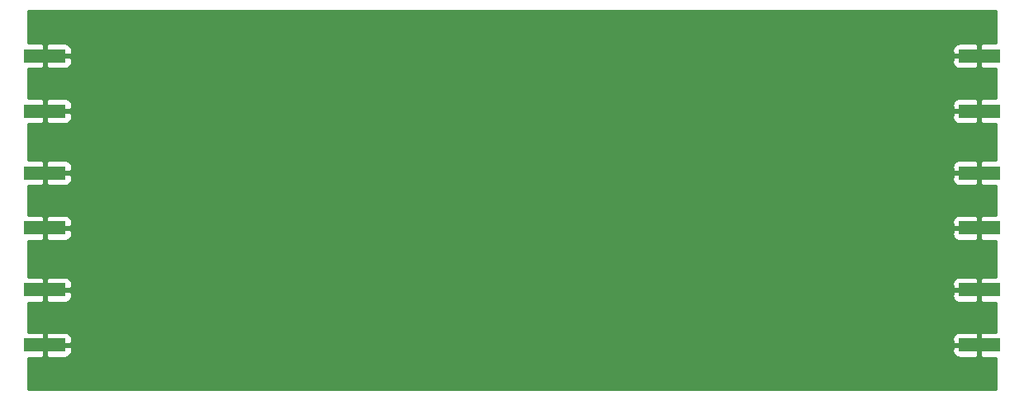
<source format=gbl>
G04 #@! TF.GenerationSoftware,KiCad,Pcbnew,5.1.6-c6e7f7d~86~ubuntu18.04.1*
G04 #@! TF.CreationDate,2020-07-08T22:14:40-04:00*
G04 #@! TF.ProjectId,microstrip_tests,6d696372-6f73-4747-9269-705f74657374,rev?*
G04 #@! TF.SameCoordinates,Original*
G04 #@! TF.FileFunction,Copper,L2,Bot*
G04 #@! TF.FilePolarity,Positive*
%FSLAX46Y46*%
G04 Gerber Fmt 4.6, Leading zero omitted, Abs format (unit mm)*
G04 Created by KiCad (PCBNEW 5.1.6-c6e7f7d~86~ubuntu18.04.1) date 2020-07-08 22:14:40*
%MOMM*%
%LPD*%
G01*
G04 APERTURE LIST*
G04 #@! TA.AperFunction,SMDPad,CuDef*
%ADD10R,4.200000X1.350000*%
G04 #@! TD*
G04 #@! TA.AperFunction,ViaPad*
%ADD11C,0.800000*%
G04 #@! TD*
G04 #@! TA.AperFunction,Conductor*
%ADD12C,0.254000*%
G04 #@! TD*
G04 APERTURE END LIST*
D10*
G04 #@! TO.P,J5,2*
G04 #@! TO.N,GND*
X92100000Y-103062000D03*
X92100000Y-97412000D03*
G04 #@! TD*
G04 #@! TO.P,J1,2*
G04 #@! TO.N,GND*
X187900000Y-85412000D03*
X187900000Y-91062000D03*
G04 #@! TD*
G04 #@! TO.P,J2,2*
G04 #@! TO.N,GND*
X92100000Y-109411000D03*
X92100000Y-115061000D03*
G04 #@! TD*
G04 #@! TO.P,J3,2*
G04 #@! TO.N,GND*
X187900000Y-103062000D03*
X187900000Y-97412000D03*
G04 #@! TD*
G04 #@! TO.P,J4,2*
G04 #@! TO.N,GND*
X187900000Y-109411000D03*
X187900000Y-115061000D03*
G04 #@! TD*
G04 #@! TO.P,J6,2*
G04 #@! TO.N,GND*
X92100000Y-85412000D03*
X92100000Y-91062000D03*
G04 #@! TD*
D11*
G04 #@! TO.N,GND*
X182430000Y-94250000D03*
X137430000Y-94250000D03*
X139930000Y-94250000D03*
X142430000Y-94250000D03*
X144930000Y-94250000D03*
X147430000Y-94250000D03*
X177430000Y-94250000D03*
X179930000Y-94250000D03*
X159930000Y-94250000D03*
X162430000Y-94250000D03*
X164930000Y-94250000D03*
X167430000Y-94250000D03*
X172430000Y-94250000D03*
X124930000Y-94250000D03*
X127430000Y-94250000D03*
X129930000Y-94250000D03*
X132430000Y-94250000D03*
X134930000Y-94250000D03*
X97430000Y-94250000D03*
X112430000Y-94250000D03*
X114930000Y-94250000D03*
X117430000Y-94250000D03*
X119930000Y-94250000D03*
X122430000Y-94250000D03*
X102430000Y-94250000D03*
X104930000Y-94250000D03*
X107430000Y-94250000D03*
X109930000Y-94250000D03*
X149930000Y-94250000D03*
X152430000Y-94250000D03*
X154930000Y-94250000D03*
X157430000Y-94250000D03*
X99930000Y-94250000D03*
X169930000Y-94250000D03*
X174930000Y-94250000D03*
X93430000Y-81900000D03*
X95930000Y-81900000D03*
X115930000Y-81900000D03*
X118430000Y-81900000D03*
X120930000Y-81900000D03*
X123430000Y-81900000D03*
X125930000Y-81900000D03*
X128430000Y-81900000D03*
X130930000Y-81900000D03*
X133430000Y-81900000D03*
X135930000Y-81900000D03*
X175930000Y-81900000D03*
X178430000Y-81900000D03*
X180930000Y-81900000D03*
X183430000Y-81900000D03*
X185930000Y-81900000D03*
X188430000Y-81900000D03*
X90930000Y-81900000D03*
X160930000Y-81900000D03*
X163430000Y-81900000D03*
X165930000Y-81900000D03*
X168430000Y-81900000D03*
X170930000Y-81900000D03*
X173430000Y-81900000D03*
X145930000Y-81900000D03*
X98430000Y-81900000D03*
X100930000Y-81900000D03*
X103430000Y-81900000D03*
X105930000Y-81900000D03*
X108430000Y-81900000D03*
X110930000Y-81900000D03*
X113430000Y-81900000D03*
X138430000Y-81900000D03*
X140930000Y-81900000D03*
X143430000Y-81900000D03*
X148430000Y-81900000D03*
X150930000Y-81900000D03*
X153430000Y-81900000D03*
X155930000Y-81900000D03*
X158430000Y-81900000D03*
X94739876Y-86937000D03*
X94739876Y-89537000D03*
X183797521Y-86937000D03*
X185210813Y-86937000D03*
X182384229Y-86937000D03*
X183797521Y-89537000D03*
X185210813Y-89537000D03*
X182384229Y-89537000D03*
X96139876Y-89537000D03*
X97553168Y-89537000D03*
X98966460Y-89537000D03*
X100379752Y-89537000D03*
X101793044Y-89537000D03*
X103206336Y-89537000D03*
X104619628Y-89537000D03*
X106032920Y-89537000D03*
X107446212Y-89537000D03*
X108859504Y-89537000D03*
X110272796Y-89537000D03*
X111686088Y-89537000D03*
X113099380Y-89537000D03*
X114512672Y-89537000D03*
X115925964Y-89537000D03*
X117339256Y-89537000D03*
X118752548Y-89537000D03*
X120165840Y-89537000D03*
X121579132Y-89537000D03*
X122992424Y-89537000D03*
X124405716Y-89537000D03*
X125819008Y-89537000D03*
X127232300Y-89537000D03*
X128645592Y-89537000D03*
X130058884Y-89537000D03*
X131472176Y-89537000D03*
X132885468Y-89537000D03*
X134298760Y-89537000D03*
X135712052Y-89537000D03*
X137125345Y-89537000D03*
X138538637Y-89537000D03*
X139951929Y-89537000D03*
X141365221Y-89537000D03*
X142778513Y-89537000D03*
X144191805Y-89537000D03*
X145605097Y-89537000D03*
X147018389Y-89537000D03*
X148431681Y-89537000D03*
X149844973Y-89537000D03*
X151258265Y-89537000D03*
X152671557Y-89537000D03*
X154084849Y-89537000D03*
X155498141Y-89537000D03*
X156911433Y-89537000D03*
X158324725Y-89537000D03*
X159738017Y-89537000D03*
X161151309Y-89537000D03*
X162564601Y-89537000D03*
X163977893Y-89537000D03*
X165391185Y-89537000D03*
X166804477Y-89537000D03*
X168217769Y-89537000D03*
X169631061Y-89537000D03*
X171044353Y-89537000D03*
X172457645Y-89537000D03*
X173870937Y-89537000D03*
X175284229Y-89537000D03*
X176697521Y-89537000D03*
X178110813Y-89537000D03*
X179524105Y-89537000D03*
X180937398Y-89537000D03*
X179524105Y-86937000D03*
X178110813Y-86937000D03*
X176697521Y-86937000D03*
X175284229Y-86937000D03*
X173870937Y-86937000D03*
X172457645Y-86937000D03*
X171044353Y-86937000D03*
X169631061Y-86937000D03*
X168217769Y-86937000D03*
X166804477Y-86937000D03*
X165391185Y-86937000D03*
X163977893Y-86937000D03*
X162564601Y-86937000D03*
X161151309Y-86937000D03*
X159738017Y-86937000D03*
X158324725Y-86937000D03*
X156911433Y-86937000D03*
X155498141Y-86937000D03*
X154084849Y-86937000D03*
X152671557Y-86937000D03*
X151258265Y-86937000D03*
X149844973Y-86937000D03*
X148431681Y-86937000D03*
X147018389Y-86937000D03*
X145605097Y-86937000D03*
X144191805Y-86937000D03*
X142778513Y-86937000D03*
X141365221Y-86937000D03*
X139951929Y-86937000D03*
X138538637Y-86937000D03*
X137125345Y-86937000D03*
X135712052Y-86937000D03*
X134298760Y-86937000D03*
X132885468Y-86937000D03*
X131472176Y-86937000D03*
X130058884Y-86937000D03*
X128645592Y-86937000D03*
X127232300Y-86937000D03*
X125819008Y-86937000D03*
X124405716Y-86937000D03*
X122992424Y-86937000D03*
X121579132Y-86937000D03*
X120165840Y-86937000D03*
X118752548Y-86937000D03*
X117339256Y-86937000D03*
X115925964Y-86937000D03*
X114512672Y-86937000D03*
X113099380Y-86937000D03*
X111686088Y-86937000D03*
X110272796Y-86937000D03*
X108859504Y-86937000D03*
X107446212Y-86937000D03*
X106032920Y-86937000D03*
X104619628Y-86937000D03*
X103206336Y-86937000D03*
X101793044Y-86937000D03*
X100379752Y-86937000D03*
X98966460Y-86937000D03*
X97553168Y-86937000D03*
X96139876Y-86937000D03*
X180937398Y-86937000D03*
X94693002Y-98937000D03*
X94693002Y-101537000D03*
X179449083Y-101537000D03*
X180863723Y-101537000D03*
X183693002Y-101537000D03*
X182278362Y-101537000D03*
X185193002Y-101537000D03*
X182334444Y-98937000D03*
X185163723Y-98937000D03*
X180919805Y-98937000D03*
X179505165Y-98937000D03*
X183749083Y-98937000D03*
X96143918Y-101537000D03*
X97558557Y-101537000D03*
X98973196Y-101537000D03*
X100387836Y-101537000D03*
X101802475Y-101537000D03*
X103217115Y-101537000D03*
X104631754Y-101537000D03*
X106046393Y-101537000D03*
X107461033Y-101537000D03*
X108875672Y-101537000D03*
X110290311Y-101537000D03*
X111704951Y-101537000D03*
X113119590Y-101537000D03*
X114534230Y-101537000D03*
X115948869Y-101537000D03*
X117363508Y-101537000D03*
X118778148Y-101537000D03*
X120192787Y-101537000D03*
X121607426Y-101537000D03*
X123022066Y-101537000D03*
X124436705Y-101537000D03*
X125851345Y-101537000D03*
X127265984Y-101537000D03*
X128680623Y-101537000D03*
X130095263Y-101537000D03*
X131509902Y-101537000D03*
X132924541Y-101537000D03*
X134339181Y-101537000D03*
X135753820Y-101537000D03*
X137168460Y-101537000D03*
X138583099Y-101537000D03*
X139997738Y-101537000D03*
X141412378Y-101537000D03*
X142827017Y-101537000D03*
X144241656Y-101537000D03*
X145656296Y-101537000D03*
X147070935Y-101537000D03*
X148485575Y-101537000D03*
X149900214Y-101537000D03*
X151314853Y-101537000D03*
X152729493Y-101537000D03*
X154144132Y-101537000D03*
X155558771Y-101537000D03*
X156973411Y-101537000D03*
X158388050Y-101537000D03*
X159802690Y-101537000D03*
X161217329Y-101537000D03*
X162631968Y-101537000D03*
X164046608Y-101537000D03*
X165461247Y-101537000D03*
X166875886Y-101537000D03*
X168290526Y-101537000D03*
X169705165Y-101537000D03*
X171119805Y-101537000D03*
X172534444Y-101537000D03*
X173949083Y-101537000D03*
X175363723Y-101537000D03*
X176778362Y-101537000D03*
X178193002Y-101537000D03*
X176778362Y-98937000D03*
X175363723Y-98937000D03*
X173949083Y-98937000D03*
X172534444Y-98937000D03*
X171119805Y-98937000D03*
X169705165Y-98937000D03*
X168290526Y-98937000D03*
X166875886Y-98937000D03*
X165461247Y-98937000D03*
X164046608Y-98937000D03*
X162631968Y-98937000D03*
X161217329Y-98937000D03*
X159802690Y-98937000D03*
X158388050Y-98937000D03*
X156973411Y-98937000D03*
X155558771Y-98937000D03*
X154144132Y-98937000D03*
X152729493Y-98937000D03*
X151314853Y-98937000D03*
X149900214Y-98937000D03*
X148485575Y-98937000D03*
X147070935Y-98937000D03*
X145656296Y-98937000D03*
X144241656Y-98937000D03*
X142827017Y-98937000D03*
X141412378Y-98937000D03*
X139997738Y-98937000D03*
X138583099Y-98937000D03*
X137168460Y-98937000D03*
X135753820Y-98937000D03*
X134339181Y-98937000D03*
X132924541Y-98937000D03*
X131509902Y-98937000D03*
X130095263Y-98937000D03*
X128680623Y-98937000D03*
X127265984Y-98937000D03*
X125851345Y-98937000D03*
X124436705Y-98937000D03*
X123022066Y-98937000D03*
X121607426Y-98937000D03*
X120192787Y-98937000D03*
X118778148Y-98937000D03*
X117363508Y-98937000D03*
X115948869Y-98937000D03*
X114534230Y-98937000D03*
X113119590Y-98937000D03*
X111704951Y-98937000D03*
X110290311Y-98937000D03*
X108875672Y-98937000D03*
X107461033Y-98937000D03*
X106046393Y-98937000D03*
X104631754Y-98937000D03*
X103217115Y-98937000D03*
X101802475Y-98937000D03*
X100387836Y-98937000D03*
X98973196Y-98937000D03*
X97558557Y-98937000D03*
X96143918Y-98937000D03*
X178193002Y-98937000D03*
X95200000Y-111000000D03*
X95200000Y-113500000D03*
X184800000Y-113500000D03*
X184800000Y-111000000D03*
X97430000Y-106250000D03*
X99930000Y-106250000D03*
X102430000Y-106250000D03*
X104930000Y-106250000D03*
X107430000Y-106250000D03*
X109930000Y-106250000D03*
X112430000Y-106250000D03*
X114930000Y-106250000D03*
X117430000Y-106250000D03*
X119930000Y-106250000D03*
X122430000Y-106250000D03*
X124930000Y-106250000D03*
X127430000Y-106250000D03*
X129930000Y-106250000D03*
X132430000Y-106250000D03*
X134930000Y-106250000D03*
X137430000Y-106250000D03*
X139930000Y-106250000D03*
X142430000Y-106250000D03*
X144930000Y-106250000D03*
X147430000Y-106250000D03*
X149930000Y-106250000D03*
X152430000Y-106250000D03*
X154930000Y-106250000D03*
X157430000Y-106250000D03*
X159930000Y-106250000D03*
X162430000Y-106250000D03*
X164930000Y-106250000D03*
X167430000Y-106250000D03*
X169930000Y-106250000D03*
X172430000Y-106250000D03*
X174930000Y-106250000D03*
X177430000Y-106250000D03*
X179930000Y-106250000D03*
X156800000Y-113500000D03*
X158200000Y-113500000D03*
X159600000Y-113500000D03*
X161000000Y-113500000D03*
X98000000Y-113500000D03*
X140000000Y-113500000D03*
X141400000Y-113500000D03*
X142800000Y-113500000D03*
X109200000Y-113500000D03*
X112000000Y-113500000D03*
X173600000Y-113500000D03*
X175000000Y-113500000D03*
X176400000Y-113500000D03*
X177800000Y-113500000D03*
X179200000Y-113500000D03*
X180600000Y-113500000D03*
X105000000Y-113500000D03*
X103600000Y-113500000D03*
X100800000Y-113500000D03*
X151200000Y-113500000D03*
X152600000Y-113500000D03*
X154000000Y-113500000D03*
X155400000Y-113500000D03*
X107800000Y-113500000D03*
X144200000Y-113500000D03*
X127400000Y-113500000D03*
X128800000Y-113500000D03*
X130200000Y-113500000D03*
X96600000Y-113500000D03*
X99400000Y-113500000D03*
X168000000Y-113500000D03*
X169400000Y-113500000D03*
X170800000Y-113500000D03*
X172200000Y-113500000D03*
X106400000Y-113500000D03*
X113400000Y-113500000D03*
X110600000Y-113500000D03*
X102200000Y-113500000D03*
X162400000Y-113500000D03*
X163800000Y-113500000D03*
X165200000Y-113500000D03*
X166600000Y-113500000D03*
X135800000Y-113500000D03*
X137200000Y-113500000D03*
X138600000Y-113500000D03*
X131600000Y-113500000D03*
X133000000Y-113500000D03*
X134400000Y-113500000D03*
X120400000Y-113500000D03*
X121800000Y-113500000D03*
X123200000Y-113500000D03*
X124600000Y-113500000D03*
X126000000Y-113500000D03*
X114800000Y-113500000D03*
X116200000Y-113500000D03*
X117600000Y-113500000D03*
X119000000Y-113500000D03*
X145600000Y-113500000D03*
X147000000Y-113500000D03*
X148400000Y-113500000D03*
X149800000Y-113500000D03*
X90930000Y-118800000D03*
X96600000Y-111000000D03*
X98000000Y-111000000D03*
X99400000Y-111000000D03*
X100800000Y-111000000D03*
X102200000Y-111000000D03*
X103600000Y-111000000D03*
X105000000Y-111000000D03*
X106400000Y-111000000D03*
X107800000Y-111000000D03*
X109200000Y-111000000D03*
X110600000Y-111000000D03*
X112000000Y-111000000D03*
X113400000Y-111000000D03*
X114800000Y-111000000D03*
X116200000Y-111000000D03*
X117600000Y-111000000D03*
X119000000Y-111000000D03*
X120400000Y-111000000D03*
X121800000Y-111000000D03*
X123200000Y-111000000D03*
X124600000Y-111000000D03*
X126000000Y-111000000D03*
X127400000Y-111000000D03*
X128800000Y-111000000D03*
X130200000Y-111000000D03*
X131600000Y-111000000D03*
X133000000Y-111000000D03*
X134400000Y-111000000D03*
X135800000Y-111000000D03*
X137200000Y-111000000D03*
X138600000Y-111000000D03*
X140000000Y-111000000D03*
X141400000Y-111000000D03*
X142800000Y-111000000D03*
X144200000Y-111000000D03*
X145600000Y-111000000D03*
X147000000Y-111000000D03*
X148400000Y-111000000D03*
X149800000Y-111000000D03*
X151200000Y-111000000D03*
X152600000Y-111000000D03*
X154000000Y-111000000D03*
X155400000Y-111000000D03*
X156800000Y-111000000D03*
X158200000Y-111000000D03*
X159600000Y-111000000D03*
X161000000Y-111000000D03*
X162400000Y-111000000D03*
X163800000Y-111000000D03*
X165200000Y-111000000D03*
X166600000Y-111000000D03*
X168000000Y-111000000D03*
X169400000Y-111000000D03*
X170800000Y-111000000D03*
X172200000Y-111000000D03*
X173600000Y-111000000D03*
X175000000Y-111000000D03*
X176400000Y-111000000D03*
X177800000Y-111000000D03*
X179200000Y-111000000D03*
X180600000Y-111000000D03*
X93430000Y-118800000D03*
X95930000Y-118800000D03*
X98430000Y-118800000D03*
X100930000Y-118800000D03*
X103430000Y-118800000D03*
X105930000Y-118800000D03*
X108430000Y-118800000D03*
X110930000Y-118800000D03*
X113430000Y-118800000D03*
X115930000Y-118800000D03*
X118430000Y-118800000D03*
X120930000Y-118800000D03*
X123430000Y-118800000D03*
X125930000Y-118800000D03*
X128430000Y-118800000D03*
X130930000Y-118800000D03*
X133430000Y-118800000D03*
X135930000Y-118800000D03*
X138430000Y-118800000D03*
X140930000Y-118800000D03*
X143430000Y-118800000D03*
X145930000Y-118800000D03*
X148430000Y-118800000D03*
X150930000Y-118800000D03*
X153430000Y-118800000D03*
X155930000Y-118800000D03*
X158430000Y-118800000D03*
X160930000Y-118800000D03*
X163430000Y-118800000D03*
X165930000Y-118800000D03*
X168430000Y-118800000D03*
X170930000Y-118800000D03*
X173430000Y-118800000D03*
X175930000Y-118800000D03*
X178430000Y-118800000D03*
X180930000Y-118800000D03*
X183430000Y-118800000D03*
X185930000Y-118800000D03*
X188430000Y-118800000D03*
X182000000Y-111000000D03*
X183400000Y-111000000D03*
X182000000Y-113500000D03*
X183400000Y-113500000D03*
X182430000Y-106250000D03*
X90900000Y-83600000D03*
X92100000Y-83600000D03*
X94600000Y-83600000D03*
X95400000Y-85400000D03*
X90900000Y-92800000D03*
X92100000Y-92900000D03*
X93500000Y-92900000D03*
X95000000Y-92600000D03*
X95400000Y-91100000D03*
X93400000Y-83600000D03*
X90800000Y-95700000D03*
X92100000Y-95600000D03*
X93600000Y-95600000D03*
X95300000Y-96200000D03*
X95400000Y-97500000D03*
X90800000Y-104900000D03*
X92100000Y-105000000D03*
X93700000Y-105000000D03*
X95200000Y-104700000D03*
X95300000Y-103000000D03*
X90900000Y-107600000D03*
X92200000Y-107600000D03*
X93700000Y-107500000D03*
X95300000Y-107900000D03*
X95300000Y-109300000D03*
X90800000Y-116900000D03*
X92100000Y-117000000D03*
X93600000Y-117000000D03*
X95100000Y-116700000D03*
X95400000Y-115100000D03*
X189200000Y-83600000D03*
X187800000Y-83600000D03*
X186400000Y-83600000D03*
X184900000Y-83900000D03*
X184700000Y-85400000D03*
X189200000Y-92900000D03*
X187700000Y-92900000D03*
X186000000Y-92900000D03*
X184400000Y-92200000D03*
X184300000Y-90800000D03*
X189100000Y-95600000D03*
X187800000Y-95500000D03*
X186200000Y-95500000D03*
X184600000Y-96000000D03*
X184500000Y-97500000D03*
X184500000Y-102900000D03*
X184800000Y-104600000D03*
X186500000Y-105000000D03*
X188000000Y-104900000D03*
X189200000Y-104900000D03*
X189100000Y-107700000D03*
X187800000Y-107600000D03*
X186100000Y-107600000D03*
X184800000Y-108100000D03*
X184700000Y-109500000D03*
X189200000Y-116900000D03*
X187700000Y-117000000D03*
X186400000Y-117000000D03*
X184900000Y-116500000D03*
X184600000Y-115000000D03*
G04 #@! TD*
D12*
G04 #@! TO.N,GND*
G36*
X189623000Y-84099566D02*
G01*
X188185750Y-84102000D01*
X188027000Y-84260750D01*
X188027000Y-85285000D01*
X188047000Y-85285000D01*
X188047000Y-85539000D01*
X188027000Y-85539000D01*
X188027000Y-86563250D01*
X188185750Y-86722000D01*
X189623001Y-86724434D01*
X189623001Y-89749566D01*
X188185750Y-89752000D01*
X188027000Y-89910750D01*
X188027000Y-90935000D01*
X188047000Y-90935000D01*
X188047000Y-91189000D01*
X188027000Y-91189000D01*
X188027000Y-92213250D01*
X188185750Y-92372000D01*
X189623001Y-92374434D01*
X189623001Y-92381472D01*
X189623000Y-92381482D01*
X189623000Y-96099566D01*
X188185750Y-96102000D01*
X188027000Y-96260750D01*
X188027000Y-97285000D01*
X188047000Y-97285000D01*
X188047000Y-97539000D01*
X188027000Y-97539000D01*
X188027000Y-98563250D01*
X188185750Y-98722000D01*
X189623000Y-98724434D01*
X189623000Y-101749566D01*
X188185750Y-101752000D01*
X188027000Y-101910750D01*
X188027000Y-102935000D01*
X188047000Y-102935000D01*
X188047000Y-103189000D01*
X188027000Y-103189000D01*
X188027000Y-104213250D01*
X188185750Y-104372000D01*
X189623000Y-104374434D01*
X189623001Y-108098566D01*
X188185750Y-108101000D01*
X188027000Y-108259750D01*
X188027000Y-109284000D01*
X188047000Y-109284000D01*
X188047000Y-109538000D01*
X188027000Y-109538000D01*
X188027000Y-110562250D01*
X188185750Y-110721000D01*
X189623001Y-110723434D01*
X189623001Y-113748566D01*
X188185750Y-113751000D01*
X188027000Y-113909750D01*
X188027000Y-114934000D01*
X188047000Y-114934000D01*
X188047000Y-115188000D01*
X188027000Y-115188000D01*
X188027000Y-116212250D01*
X188185750Y-116371000D01*
X189623001Y-116373434D01*
X189623001Y-119623000D01*
X90377000Y-119623000D01*
X90377000Y-116373434D01*
X91814250Y-116371000D01*
X91973000Y-116212250D01*
X91973000Y-115188000D01*
X92227000Y-115188000D01*
X92227000Y-116212250D01*
X92385750Y-116371000D01*
X94200000Y-116374072D01*
X94324482Y-116361812D01*
X94444180Y-116325502D01*
X94554494Y-116266537D01*
X94651185Y-116187185D01*
X94730537Y-116090494D01*
X94789502Y-115980180D01*
X94825812Y-115860482D01*
X94838072Y-115736000D01*
X185161928Y-115736000D01*
X185174188Y-115860482D01*
X185210498Y-115980180D01*
X185269463Y-116090494D01*
X185348815Y-116187185D01*
X185445506Y-116266537D01*
X185555820Y-116325502D01*
X185675518Y-116361812D01*
X185800000Y-116374072D01*
X187614250Y-116371000D01*
X187773000Y-116212250D01*
X187773000Y-115188000D01*
X185323750Y-115188000D01*
X185165000Y-115346750D01*
X185161928Y-115736000D01*
X94838072Y-115736000D01*
X94835000Y-115346750D01*
X94676250Y-115188000D01*
X92227000Y-115188000D01*
X91973000Y-115188000D01*
X91953000Y-115188000D01*
X91953000Y-114934000D01*
X91973000Y-114934000D01*
X91973000Y-113909750D01*
X92227000Y-113909750D01*
X92227000Y-114934000D01*
X94676250Y-114934000D01*
X94835000Y-114775250D01*
X94838072Y-114386000D01*
X185161928Y-114386000D01*
X185165000Y-114775250D01*
X185323750Y-114934000D01*
X187773000Y-114934000D01*
X187773000Y-113909750D01*
X187614250Y-113751000D01*
X185800000Y-113747928D01*
X185675518Y-113760188D01*
X185555820Y-113796498D01*
X185445506Y-113855463D01*
X185348815Y-113934815D01*
X185269463Y-114031506D01*
X185210498Y-114141820D01*
X185174188Y-114261518D01*
X185161928Y-114386000D01*
X94838072Y-114386000D01*
X94825812Y-114261518D01*
X94789502Y-114141820D01*
X94730537Y-114031506D01*
X94651185Y-113934815D01*
X94554494Y-113855463D01*
X94444180Y-113796498D01*
X94324482Y-113760188D01*
X94200000Y-113747928D01*
X92385750Y-113751000D01*
X92227000Y-113909750D01*
X91973000Y-113909750D01*
X91814250Y-113751000D01*
X90377000Y-113748566D01*
X90377000Y-110723434D01*
X91814250Y-110721000D01*
X91973000Y-110562250D01*
X91973000Y-109538000D01*
X92227000Y-109538000D01*
X92227000Y-110562250D01*
X92385750Y-110721000D01*
X94200000Y-110724072D01*
X94324482Y-110711812D01*
X94444180Y-110675502D01*
X94554494Y-110616537D01*
X94651185Y-110537185D01*
X94730537Y-110440494D01*
X94789502Y-110330180D01*
X94825812Y-110210482D01*
X94838072Y-110086000D01*
X185161928Y-110086000D01*
X185174188Y-110210482D01*
X185210498Y-110330180D01*
X185269463Y-110440494D01*
X185348815Y-110537185D01*
X185445506Y-110616537D01*
X185555820Y-110675502D01*
X185675518Y-110711812D01*
X185800000Y-110724072D01*
X187614250Y-110721000D01*
X187773000Y-110562250D01*
X187773000Y-109538000D01*
X185323750Y-109538000D01*
X185165000Y-109696750D01*
X185161928Y-110086000D01*
X94838072Y-110086000D01*
X94835000Y-109696750D01*
X94676250Y-109538000D01*
X92227000Y-109538000D01*
X91973000Y-109538000D01*
X91953000Y-109538000D01*
X91953000Y-109284000D01*
X91973000Y-109284000D01*
X91973000Y-108259750D01*
X92227000Y-108259750D01*
X92227000Y-109284000D01*
X94676250Y-109284000D01*
X94835000Y-109125250D01*
X94838072Y-108736000D01*
X185161928Y-108736000D01*
X185165000Y-109125250D01*
X185323750Y-109284000D01*
X187773000Y-109284000D01*
X187773000Y-108259750D01*
X187614250Y-108101000D01*
X185800000Y-108097928D01*
X185675518Y-108110188D01*
X185555820Y-108146498D01*
X185445506Y-108205463D01*
X185348815Y-108284815D01*
X185269463Y-108381506D01*
X185210498Y-108491820D01*
X185174188Y-108611518D01*
X185161928Y-108736000D01*
X94838072Y-108736000D01*
X94825812Y-108611518D01*
X94789502Y-108491820D01*
X94730537Y-108381506D01*
X94651185Y-108284815D01*
X94554494Y-108205463D01*
X94444180Y-108146498D01*
X94324482Y-108110188D01*
X94200000Y-108097928D01*
X92385750Y-108101000D01*
X92227000Y-108259750D01*
X91973000Y-108259750D01*
X91814250Y-108101000D01*
X90377000Y-108098566D01*
X90377000Y-104374434D01*
X91814250Y-104372000D01*
X91973000Y-104213250D01*
X91973000Y-103189000D01*
X92227000Y-103189000D01*
X92227000Y-104213250D01*
X92385750Y-104372000D01*
X94200000Y-104375072D01*
X94324482Y-104362812D01*
X94444180Y-104326502D01*
X94554494Y-104267537D01*
X94651185Y-104188185D01*
X94730537Y-104091494D01*
X94789502Y-103981180D01*
X94825812Y-103861482D01*
X94838072Y-103737000D01*
X185161928Y-103737000D01*
X185174188Y-103861482D01*
X185210498Y-103981180D01*
X185269463Y-104091494D01*
X185348815Y-104188185D01*
X185445506Y-104267537D01*
X185555820Y-104326502D01*
X185675518Y-104362812D01*
X185800000Y-104375072D01*
X187614250Y-104372000D01*
X187773000Y-104213250D01*
X187773000Y-103189000D01*
X185323750Y-103189000D01*
X185165000Y-103347750D01*
X185161928Y-103737000D01*
X94838072Y-103737000D01*
X94835000Y-103347750D01*
X94676250Y-103189000D01*
X92227000Y-103189000D01*
X91973000Y-103189000D01*
X91953000Y-103189000D01*
X91953000Y-102935000D01*
X91973000Y-102935000D01*
X91973000Y-101910750D01*
X92227000Y-101910750D01*
X92227000Y-102935000D01*
X94676250Y-102935000D01*
X94835000Y-102776250D01*
X94838072Y-102387000D01*
X185161928Y-102387000D01*
X185165000Y-102776250D01*
X185323750Y-102935000D01*
X187773000Y-102935000D01*
X187773000Y-101910750D01*
X187614250Y-101752000D01*
X185800000Y-101748928D01*
X185675518Y-101761188D01*
X185555820Y-101797498D01*
X185445506Y-101856463D01*
X185348815Y-101935815D01*
X185269463Y-102032506D01*
X185210498Y-102142820D01*
X185174188Y-102262518D01*
X185161928Y-102387000D01*
X94838072Y-102387000D01*
X94825812Y-102262518D01*
X94789502Y-102142820D01*
X94730537Y-102032506D01*
X94651185Y-101935815D01*
X94554494Y-101856463D01*
X94444180Y-101797498D01*
X94324482Y-101761188D01*
X94200000Y-101748928D01*
X92385750Y-101752000D01*
X92227000Y-101910750D01*
X91973000Y-101910750D01*
X91814250Y-101752000D01*
X90377000Y-101749566D01*
X90377000Y-98724434D01*
X91814250Y-98722000D01*
X91973000Y-98563250D01*
X91973000Y-97539000D01*
X92227000Y-97539000D01*
X92227000Y-98563250D01*
X92385750Y-98722000D01*
X94200000Y-98725072D01*
X94324482Y-98712812D01*
X94444180Y-98676502D01*
X94554494Y-98617537D01*
X94651185Y-98538185D01*
X94730537Y-98441494D01*
X94789502Y-98331180D01*
X94825812Y-98211482D01*
X94838072Y-98087000D01*
X185161928Y-98087000D01*
X185174188Y-98211482D01*
X185210498Y-98331180D01*
X185269463Y-98441494D01*
X185348815Y-98538185D01*
X185445506Y-98617537D01*
X185555820Y-98676502D01*
X185675518Y-98712812D01*
X185800000Y-98725072D01*
X187614250Y-98722000D01*
X187773000Y-98563250D01*
X187773000Y-97539000D01*
X185323750Y-97539000D01*
X185165000Y-97697750D01*
X185161928Y-98087000D01*
X94838072Y-98087000D01*
X94835000Y-97697750D01*
X94676250Y-97539000D01*
X92227000Y-97539000D01*
X91973000Y-97539000D01*
X91953000Y-97539000D01*
X91953000Y-97285000D01*
X91973000Y-97285000D01*
X91973000Y-96260750D01*
X92227000Y-96260750D01*
X92227000Y-97285000D01*
X94676250Y-97285000D01*
X94835000Y-97126250D01*
X94838072Y-96737000D01*
X185161928Y-96737000D01*
X185165000Y-97126250D01*
X185323750Y-97285000D01*
X187773000Y-97285000D01*
X187773000Y-96260750D01*
X187614250Y-96102000D01*
X185800000Y-96098928D01*
X185675518Y-96111188D01*
X185555820Y-96147498D01*
X185445506Y-96206463D01*
X185348815Y-96285815D01*
X185269463Y-96382506D01*
X185210498Y-96492820D01*
X185174188Y-96612518D01*
X185161928Y-96737000D01*
X94838072Y-96737000D01*
X94825812Y-96612518D01*
X94789502Y-96492820D01*
X94730537Y-96382506D01*
X94651185Y-96285815D01*
X94554494Y-96206463D01*
X94444180Y-96147498D01*
X94324482Y-96111188D01*
X94200000Y-96098928D01*
X92385750Y-96102000D01*
X92227000Y-96260750D01*
X91973000Y-96260750D01*
X91814250Y-96102000D01*
X90377000Y-96099566D01*
X90377000Y-92374434D01*
X91814250Y-92372000D01*
X91973000Y-92213250D01*
X91973000Y-91189000D01*
X92227000Y-91189000D01*
X92227000Y-92213250D01*
X92385750Y-92372000D01*
X94200000Y-92375072D01*
X94324482Y-92362812D01*
X94444180Y-92326502D01*
X94554494Y-92267537D01*
X94651185Y-92188185D01*
X94730537Y-92091494D01*
X94789502Y-91981180D01*
X94825812Y-91861482D01*
X94838072Y-91737000D01*
X185161928Y-91737000D01*
X185174188Y-91861482D01*
X185210498Y-91981180D01*
X185269463Y-92091494D01*
X185348815Y-92188185D01*
X185445506Y-92267537D01*
X185555820Y-92326502D01*
X185675518Y-92362812D01*
X185800000Y-92375072D01*
X187614250Y-92372000D01*
X187773000Y-92213250D01*
X187773000Y-91189000D01*
X185323750Y-91189000D01*
X185165000Y-91347750D01*
X185161928Y-91737000D01*
X94838072Y-91737000D01*
X94835000Y-91347750D01*
X94676250Y-91189000D01*
X92227000Y-91189000D01*
X91973000Y-91189000D01*
X91953000Y-91189000D01*
X91953000Y-90935000D01*
X91973000Y-90935000D01*
X91973000Y-89910750D01*
X92227000Y-89910750D01*
X92227000Y-90935000D01*
X94676250Y-90935000D01*
X94835000Y-90776250D01*
X94838072Y-90387000D01*
X185161928Y-90387000D01*
X185165000Y-90776250D01*
X185323750Y-90935000D01*
X187773000Y-90935000D01*
X187773000Y-89910750D01*
X187614250Y-89752000D01*
X185800000Y-89748928D01*
X185675518Y-89761188D01*
X185555820Y-89797498D01*
X185445506Y-89856463D01*
X185348815Y-89935815D01*
X185269463Y-90032506D01*
X185210498Y-90142820D01*
X185174188Y-90262518D01*
X185161928Y-90387000D01*
X94838072Y-90387000D01*
X94825812Y-90262518D01*
X94789502Y-90142820D01*
X94730537Y-90032506D01*
X94651185Y-89935815D01*
X94554494Y-89856463D01*
X94444180Y-89797498D01*
X94324482Y-89761188D01*
X94200000Y-89748928D01*
X92385750Y-89752000D01*
X92227000Y-89910750D01*
X91973000Y-89910750D01*
X91814250Y-89752000D01*
X90377000Y-89749566D01*
X90377000Y-86724434D01*
X91814250Y-86722000D01*
X91973000Y-86563250D01*
X91973000Y-85539000D01*
X92227000Y-85539000D01*
X92227000Y-86563250D01*
X92385750Y-86722000D01*
X94200000Y-86725072D01*
X94324482Y-86712812D01*
X94444180Y-86676502D01*
X94554494Y-86617537D01*
X94651185Y-86538185D01*
X94730537Y-86441494D01*
X94789502Y-86331180D01*
X94825812Y-86211482D01*
X94838072Y-86087000D01*
X185161928Y-86087000D01*
X185174188Y-86211482D01*
X185210498Y-86331180D01*
X185269463Y-86441494D01*
X185348815Y-86538185D01*
X185445506Y-86617537D01*
X185555820Y-86676502D01*
X185675518Y-86712812D01*
X185800000Y-86725072D01*
X187614250Y-86722000D01*
X187773000Y-86563250D01*
X187773000Y-85539000D01*
X185323750Y-85539000D01*
X185165000Y-85697750D01*
X185161928Y-86087000D01*
X94838072Y-86087000D01*
X94835000Y-85697750D01*
X94676250Y-85539000D01*
X92227000Y-85539000D01*
X91973000Y-85539000D01*
X91953000Y-85539000D01*
X91953000Y-85285000D01*
X91973000Y-85285000D01*
X91973000Y-84260750D01*
X92227000Y-84260750D01*
X92227000Y-85285000D01*
X94676250Y-85285000D01*
X94835000Y-85126250D01*
X94838072Y-84737000D01*
X185161928Y-84737000D01*
X185165000Y-85126250D01*
X185323750Y-85285000D01*
X187773000Y-85285000D01*
X187773000Y-84260750D01*
X187614250Y-84102000D01*
X185800000Y-84098928D01*
X185675518Y-84111188D01*
X185555820Y-84147498D01*
X185445506Y-84206463D01*
X185348815Y-84285815D01*
X185269463Y-84382506D01*
X185210498Y-84492820D01*
X185174188Y-84612518D01*
X185161928Y-84737000D01*
X94838072Y-84737000D01*
X94825812Y-84612518D01*
X94789502Y-84492820D01*
X94730537Y-84382506D01*
X94651185Y-84285815D01*
X94554494Y-84206463D01*
X94444180Y-84147498D01*
X94324482Y-84111188D01*
X94200000Y-84098928D01*
X92385750Y-84102000D01*
X92227000Y-84260750D01*
X91973000Y-84260750D01*
X91814250Y-84102000D01*
X90377000Y-84099566D01*
X90377000Y-80777000D01*
X189623000Y-80777000D01*
X189623000Y-84099566D01*
G37*
X189623000Y-84099566D02*
X188185750Y-84102000D01*
X188027000Y-84260750D01*
X188027000Y-85285000D01*
X188047000Y-85285000D01*
X188047000Y-85539000D01*
X188027000Y-85539000D01*
X188027000Y-86563250D01*
X188185750Y-86722000D01*
X189623001Y-86724434D01*
X189623001Y-89749566D01*
X188185750Y-89752000D01*
X188027000Y-89910750D01*
X188027000Y-90935000D01*
X188047000Y-90935000D01*
X188047000Y-91189000D01*
X188027000Y-91189000D01*
X188027000Y-92213250D01*
X188185750Y-92372000D01*
X189623001Y-92374434D01*
X189623001Y-92381472D01*
X189623000Y-92381482D01*
X189623000Y-96099566D01*
X188185750Y-96102000D01*
X188027000Y-96260750D01*
X188027000Y-97285000D01*
X188047000Y-97285000D01*
X188047000Y-97539000D01*
X188027000Y-97539000D01*
X188027000Y-98563250D01*
X188185750Y-98722000D01*
X189623000Y-98724434D01*
X189623000Y-101749566D01*
X188185750Y-101752000D01*
X188027000Y-101910750D01*
X188027000Y-102935000D01*
X188047000Y-102935000D01*
X188047000Y-103189000D01*
X188027000Y-103189000D01*
X188027000Y-104213250D01*
X188185750Y-104372000D01*
X189623000Y-104374434D01*
X189623001Y-108098566D01*
X188185750Y-108101000D01*
X188027000Y-108259750D01*
X188027000Y-109284000D01*
X188047000Y-109284000D01*
X188047000Y-109538000D01*
X188027000Y-109538000D01*
X188027000Y-110562250D01*
X188185750Y-110721000D01*
X189623001Y-110723434D01*
X189623001Y-113748566D01*
X188185750Y-113751000D01*
X188027000Y-113909750D01*
X188027000Y-114934000D01*
X188047000Y-114934000D01*
X188047000Y-115188000D01*
X188027000Y-115188000D01*
X188027000Y-116212250D01*
X188185750Y-116371000D01*
X189623001Y-116373434D01*
X189623001Y-119623000D01*
X90377000Y-119623000D01*
X90377000Y-116373434D01*
X91814250Y-116371000D01*
X91973000Y-116212250D01*
X91973000Y-115188000D01*
X92227000Y-115188000D01*
X92227000Y-116212250D01*
X92385750Y-116371000D01*
X94200000Y-116374072D01*
X94324482Y-116361812D01*
X94444180Y-116325502D01*
X94554494Y-116266537D01*
X94651185Y-116187185D01*
X94730537Y-116090494D01*
X94789502Y-115980180D01*
X94825812Y-115860482D01*
X94838072Y-115736000D01*
X185161928Y-115736000D01*
X185174188Y-115860482D01*
X185210498Y-115980180D01*
X185269463Y-116090494D01*
X185348815Y-116187185D01*
X185445506Y-116266537D01*
X185555820Y-116325502D01*
X185675518Y-116361812D01*
X185800000Y-116374072D01*
X187614250Y-116371000D01*
X187773000Y-116212250D01*
X187773000Y-115188000D01*
X185323750Y-115188000D01*
X185165000Y-115346750D01*
X185161928Y-115736000D01*
X94838072Y-115736000D01*
X94835000Y-115346750D01*
X94676250Y-115188000D01*
X92227000Y-115188000D01*
X91973000Y-115188000D01*
X91953000Y-115188000D01*
X91953000Y-114934000D01*
X91973000Y-114934000D01*
X91973000Y-113909750D01*
X92227000Y-113909750D01*
X92227000Y-114934000D01*
X94676250Y-114934000D01*
X94835000Y-114775250D01*
X94838072Y-114386000D01*
X185161928Y-114386000D01*
X185165000Y-114775250D01*
X185323750Y-114934000D01*
X187773000Y-114934000D01*
X187773000Y-113909750D01*
X187614250Y-113751000D01*
X185800000Y-113747928D01*
X185675518Y-113760188D01*
X185555820Y-113796498D01*
X185445506Y-113855463D01*
X185348815Y-113934815D01*
X185269463Y-114031506D01*
X185210498Y-114141820D01*
X185174188Y-114261518D01*
X185161928Y-114386000D01*
X94838072Y-114386000D01*
X94825812Y-114261518D01*
X94789502Y-114141820D01*
X94730537Y-114031506D01*
X94651185Y-113934815D01*
X94554494Y-113855463D01*
X94444180Y-113796498D01*
X94324482Y-113760188D01*
X94200000Y-113747928D01*
X92385750Y-113751000D01*
X92227000Y-113909750D01*
X91973000Y-113909750D01*
X91814250Y-113751000D01*
X90377000Y-113748566D01*
X90377000Y-110723434D01*
X91814250Y-110721000D01*
X91973000Y-110562250D01*
X91973000Y-109538000D01*
X92227000Y-109538000D01*
X92227000Y-110562250D01*
X92385750Y-110721000D01*
X94200000Y-110724072D01*
X94324482Y-110711812D01*
X94444180Y-110675502D01*
X94554494Y-110616537D01*
X94651185Y-110537185D01*
X94730537Y-110440494D01*
X94789502Y-110330180D01*
X94825812Y-110210482D01*
X94838072Y-110086000D01*
X185161928Y-110086000D01*
X185174188Y-110210482D01*
X185210498Y-110330180D01*
X185269463Y-110440494D01*
X185348815Y-110537185D01*
X185445506Y-110616537D01*
X185555820Y-110675502D01*
X185675518Y-110711812D01*
X185800000Y-110724072D01*
X187614250Y-110721000D01*
X187773000Y-110562250D01*
X187773000Y-109538000D01*
X185323750Y-109538000D01*
X185165000Y-109696750D01*
X185161928Y-110086000D01*
X94838072Y-110086000D01*
X94835000Y-109696750D01*
X94676250Y-109538000D01*
X92227000Y-109538000D01*
X91973000Y-109538000D01*
X91953000Y-109538000D01*
X91953000Y-109284000D01*
X91973000Y-109284000D01*
X91973000Y-108259750D01*
X92227000Y-108259750D01*
X92227000Y-109284000D01*
X94676250Y-109284000D01*
X94835000Y-109125250D01*
X94838072Y-108736000D01*
X185161928Y-108736000D01*
X185165000Y-109125250D01*
X185323750Y-109284000D01*
X187773000Y-109284000D01*
X187773000Y-108259750D01*
X187614250Y-108101000D01*
X185800000Y-108097928D01*
X185675518Y-108110188D01*
X185555820Y-108146498D01*
X185445506Y-108205463D01*
X185348815Y-108284815D01*
X185269463Y-108381506D01*
X185210498Y-108491820D01*
X185174188Y-108611518D01*
X185161928Y-108736000D01*
X94838072Y-108736000D01*
X94825812Y-108611518D01*
X94789502Y-108491820D01*
X94730537Y-108381506D01*
X94651185Y-108284815D01*
X94554494Y-108205463D01*
X94444180Y-108146498D01*
X94324482Y-108110188D01*
X94200000Y-108097928D01*
X92385750Y-108101000D01*
X92227000Y-108259750D01*
X91973000Y-108259750D01*
X91814250Y-108101000D01*
X90377000Y-108098566D01*
X90377000Y-104374434D01*
X91814250Y-104372000D01*
X91973000Y-104213250D01*
X91973000Y-103189000D01*
X92227000Y-103189000D01*
X92227000Y-104213250D01*
X92385750Y-104372000D01*
X94200000Y-104375072D01*
X94324482Y-104362812D01*
X94444180Y-104326502D01*
X94554494Y-104267537D01*
X94651185Y-104188185D01*
X94730537Y-104091494D01*
X94789502Y-103981180D01*
X94825812Y-103861482D01*
X94838072Y-103737000D01*
X185161928Y-103737000D01*
X185174188Y-103861482D01*
X185210498Y-103981180D01*
X185269463Y-104091494D01*
X185348815Y-104188185D01*
X185445506Y-104267537D01*
X185555820Y-104326502D01*
X185675518Y-104362812D01*
X185800000Y-104375072D01*
X187614250Y-104372000D01*
X187773000Y-104213250D01*
X187773000Y-103189000D01*
X185323750Y-103189000D01*
X185165000Y-103347750D01*
X185161928Y-103737000D01*
X94838072Y-103737000D01*
X94835000Y-103347750D01*
X94676250Y-103189000D01*
X92227000Y-103189000D01*
X91973000Y-103189000D01*
X91953000Y-103189000D01*
X91953000Y-102935000D01*
X91973000Y-102935000D01*
X91973000Y-101910750D01*
X92227000Y-101910750D01*
X92227000Y-102935000D01*
X94676250Y-102935000D01*
X94835000Y-102776250D01*
X94838072Y-102387000D01*
X185161928Y-102387000D01*
X185165000Y-102776250D01*
X185323750Y-102935000D01*
X187773000Y-102935000D01*
X187773000Y-101910750D01*
X187614250Y-101752000D01*
X185800000Y-101748928D01*
X185675518Y-101761188D01*
X185555820Y-101797498D01*
X185445506Y-101856463D01*
X185348815Y-101935815D01*
X185269463Y-102032506D01*
X185210498Y-102142820D01*
X185174188Y-102262518D01*
X185161928Y-102387000D01*
X94838072Y-102387000D01*
X94825812Y-102262518D01*
X94789502Y-102142820D01*
X94730537Y-102032506D01*
X94651185Y-101935815D01*
X94554494Y-101856463D01*
X94444180Y-101797498D01*
X94324482Y-101761188D01*
X94200000Y-101748928D01*
X92385750Y-101752000D01*
X92227000Y-101910750D01*
X91973000Y-101910750D01*
X91814250Y-101752000D01*
X90377000Y-101749566D01*
X90377000Y-98724434D01*
X91814250Y-98722000D01*
X91973000Y-98563250D01*
X91973000Y-97539000D01*
X92227000Y-97539000D01*
X92227000Y-98563250D01*
X92385750Y-98722000D01*
X94200000Y-98725072D01*
X94324482Y-98712812D01*
X94444180Y-98676502D01*
X94554494Y-98617537D01*
X94651185Y-98538185D01*
X94730537Y-98441494D01*
X94789502Y-98331180D01*
X94825812Y-98211482D01*
X94838072Y-98087000D01*
X185161928Y-98087000D01*
X185174188Y-98211482D01*
X185210498Y-98331180D01*
X185269463Y-98441494D01*
X185348815Y-98538185D01*
X185445506Y-98617537D01*
X185555820Y-98676502D01*
X185675518Y-98712812D01*
X185800000Y-98725072D01*
X187614250Y-98722000D01*
X187773000Y-98563250D01*
X187773000Y-97539000D01*
X185323750Y-97539000D01*
X185165000Y-97697750D01*
X185161928Y-98087000D01*
X94838072Y-98087000D01*
X94835000Y-97697750D01*
X94676250Y-97539000D01*
X92227000Y-97539000D01*
X91973000Y-97539000D01*
X91953000Y-97539000D01*
X91953000Y-97285000D01*
X91973000Y-97285000D01*
X91973000Y-96260750D01*
X92227000Y-96260750D01*
X92227000Y-97285000D01*
X94676250Y-97285000D01*
X94835000Y-97126250D01*
X94838072Y-96737000D01*
X185161928Y-96737000D01*
X185165000Y-97126250D01*
X185323750Y-97285000D01*
X187773000Y-97285000D01*
X187773000Y-96260750D01*
X187614250Y-96102000D01*
X185800000Y-96098928D01*
X185675518Y-96111188D01*
X185555820Y-96147498D01*
X185445506Y-96206463D01*
X185348815Y-96285815D01*
X185269463Y-96382506D01*
X185210498Y-96492820D01*
X185174188Y-96612518D01*
X185161928Y-96737000D01*
X94838072Y-96737000D01*
X94825812Y-96612518D01*
X94789502Y-96492820D01*
X94730537Y-96382506D01*
X94651185Y-96285815D01*
X94554494Y-96206463D01*
X94444180Y-96147498D01*
X94324482Y-96111188D01*
X94200000Y-96098928D01*
X92385750Y-96102000D01*
X92227000Y-96260750D01*
X91973000Y-96260750D01*
X91814250Y-96102000D01*
X90377000Y-96099566D01*
X90377000Y-92374434D01*
X91814250Y-92372000D01*
X91973000Y-92213250D01*
X91973000Y-91189000D01*
X92227000Y-91189000D01*
X92227000Y-92213250D01*
X92385750Y-92372000D01*
X94200000Y-92375072D01*
X94324482Y-92362812D01*
X94444180Y-92326502D01*
X94554494Y-92267537D01*
X94651185Y-92188185D01*
X94730537Y-92091494D01*
X94789502Y-91981180D01*
X94825812Y-91861482D01*
X94838072Y-91737000D01*
X185161928Y-91737000D01*
X185174188Y-91861482D01*
X185210498Y-91981180D01*
X185269463Y-92091494D01*
X185348815Y-92188185D01*
X185445506Y-92267537D01*
X185555820Y-92326502D01*
X185675518Y-92362812D01*
X185800000Y-92375072D01*
X187614250Y-92372000D01*
X187773000Y-92213250D01*
X187773000Y-91189000D01*
X185323750Y-91189000D01*
X185165000Y-91347750D01*
X185161928Y-91737000D01*
X94838072Y-91737000D01*
X94835000Y-91347750D01*
X94676250Y-91189000D01*
X92227000Y-91189000D01*
X91973000Y-91189000D01*
X91953000Y-91189000D01*
X91953000Y-90935000D01*
X91973000Y-90935000D01*
X91973000Y-89910750D01*
X92227000Y-89910750D01*
X92227000Y-90935000D01*
X94676250Y-90935000D01*
X94835000Y-90776250D01*
X94838072Y-90387000D01*
X185161928Y-90387000D01*
X185165000Y-90776250D01*
X185323750Y-90935000D01*
X187773000Y-90935000D01*
X187773000Y-89910750D01*
X187614250Y-89752000D01*
X185800000Y-89748928D01*
X185675518Y-89761188D01*
X185555820Y-89797498D01*
X185445506Y-89856463D01*
X185348815Y-89935815D01*
X185269463Y-90032506D01*
X185210498Y-90142820D01*
X185174188Y-90262518D01*
X185161928Y-90387000D01*
X94838072Y-90387000D01*
X94825812Y-90262518D01*
X94789502Y-90142820D01*
X94730537Y-90032506D01*
X94651185Y-89935815D01*
X94554494Y-89856463D01*
X94444180Y-89797498D01*
X94324482Y-89761188D01*
X94200000Y-89748928D01*
X92385750Y-89752000D01*
X92227000Y-89910750D01*
X91973000Y-89910750D01*
X91814250Y-89752000D01*
X90377000Y-89749566D01*
X90377000Y-86724434D01*
X91814250Y-86722000D01*
X91973000Y-86563250D01*
X91973000Y-85539000D01*
X92227000Y-85539000D01*
X92227000Y-86563250D01*
X92385750Y-86722000D01*
X94200000Y-86725072D01*
X94324482Y-86712812D01*
X94444180Y-86676502D01*
X94554494Y-86617537D01*
X94651185Y-86538185D01*
X94730537Y-86441494D01*
X94789502Y-86331180D01*
X94825812Y-86211482D01*
X94838072Y-86087000D01*
X185161928Y-86087000D01*
X185174188Y-86211482D01*
X185210498Y-86331180D01*
X185269463Y-86441494D01*
X185348815Y-86538185D01*
X185445506Y-86617537D01*
X185555820Y-86676502D01*
X185675518Y-86712812D01*
X185800000Y-86725072D01*
X187614250Y-86722000D01*
X187773000Y-86563250D01*
X187773000Y-85539000D01*
X185323750Y-85539000D01*
X185165000Y-85697750D01*
X185161928Y-86087000D01*
X94838072Y-86087000D01*
X94835000Y-85697750D01*
X94676250Y-85539000D01*
X92227000Y-85539000D01*
X91973000Y-85539000D01*
X91953000Y-85539000D01*
X91953000Y-85285000D01*
X91973000Y-85285000D01*
X91973000Y-84260750D01*
X92227000Y-84260750D01*
X92227000Y-85285000D01*
X94676250Y-85285000D01*
X94835000Y-85126250D01*
X94838072Y-84737000D01*
X185161928Y-84737000D01*
X185165000Y-85126250D01*
X185323750Y-85285000D01*
X187773000Y-85285000D01*
X187773000Y-84260750D01*
X187614250Y-84102000D01*
X185800000Y-84098928D01*
X185675518Y-84111188D01*
X185555820Y-84147498D01*
X185445506Y-84206463D01*
X185348815Y-84285815D01*
X185269463Y-84382506D01*
X185210498Y-84492820D01*
X185174188Y-84612518D01*
X185161928Y-84737000D01*
X94838072Y-84737000D01*
X94825812Y-84612518D01*
X94789502Y-84492820D01*
X94730537Y-84382506D01*
X94651185Y-84285815D01*
X94554494Y-84206463D01*
X94444180Y-84147498D01*
X94324482Y-84111188D01*
X94200000Y-84098928D01*
X92385750Y-84102000D01*
X92227000Y-84260750D01*
X91973000Y-84260750D01*
X91814250Y-84102000D01*
X90377000Y-84099566D01*
X90377000Y-80777000D01*
X189623000Y-80777000D01*
X189623000Y-84099566D01*
G04 #@! TD*
M02*

</source>
